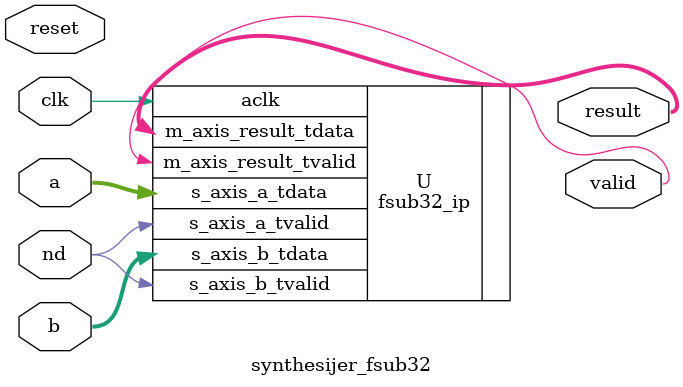
<source format=v>
`default_nettype none

module synthesijer_fsub32
  (
   input wire 	      clk,
   input wire 	      reset,
   input wire [31:0]  a,
   input wire [31:0]  b,
   input wire 	      nd,
   output wire [31:0] result,
   output wire 	      valid
   );

   fsub32_ip U(.aclk(clk),
	       .s_axis_a_tdata(a),
	       .s_axis_a_tvalid(nd),
	       .s_axis_b_tdata(b),
	       .s_axis_b_tvalid(nd),
	       .m_axis_result_tvalid(valid),
	       .m_axis_result_tdata(result)
	       );
   
endmodule // synthesijer_fsub32

`default_nettype wire

</source>
